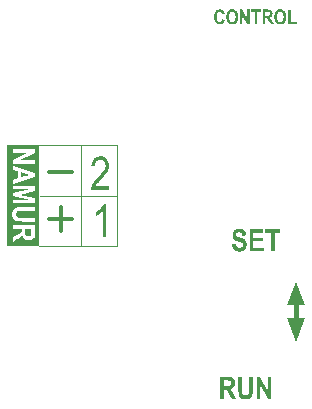
<source format=gto>
G04*
G04 #@! TF.GenerationSoftware,Altium Limited,Altium Designer,20.1.8 (145)*
G04*
G04 Layer_Color=16777215*
%FSTAX43Y43*%
%MOMM*%
G71*
G04*
G04 #@! TF.SameCoordinates,7F49C3F1-04F9-482F-9C58-12B171E084D3*
G04*
G04*
G04 #@! TF.FilePolarity,Positive*
G04*
G01*
G75*
%ADD10C,0.300*%
%ADD11C,0.100*%
%ADD12C,0.400*%
G36*
X0114672Y006213D02*
X0113922Y006413D01*
X0115422D01*
X0114672Y006213D01*
D02*
G37*
G36*
X011469Y0067189D02*
X011544Y0065189D01*
X011394D01*
X011469Y0067189D01*
D02*
G37*
G36*
X0092954Y0078813D02*
Y0070187D01*
X0090246D01*
Y0078813D01*
X0092954D01*
D02*
G37*
G36*
X0098171Y0077828D02*
X00982Y0077824D01*
X0098237Y007782D01*
X0098316Y0077803D01*
X0098404Y0077774D01*
X0098446Y0077753D01*
X0098491Y0077733D01*
X0098537Y0077703D01*
X0098579Y007767D01*
X0098616Y0077633D01*
X0098654Y0077591D01*
X0098658Y0077587D01*
X0098662Y0077578D01*
X009867Y0077566D01*
X0098683Y0077549D01*
X0098695Y0077524D01*
X0098712Y0077499D01*
X009875Y0077433D01*
X0098783Y0077349D01*
X0098812Y0077258D01*
X0098833Y0077154D01*
X0098841Y0077099D01*
Y0077041D01*
Y0077037D01*
Y0077029D01*
Y0077016D01*
X0098837Y0076995D01*
Y007697D01*
X0098833Y0076941D01*
X0098825Y0076875D01*
X0098804Y0076795D01*
X0098779Y0076708D01*
X0098745Y0076616D01*
X0098695Y007652D01*
Y0076516D01*
X0098687Y0076508D01*
X0098679Y0076495D01*
X0098666Y0076475D01*
X009865Y007645D01*
X0098629Y007642D01*
X0098604Y0076387D01*
X0098575Y0076345D01*
X0098541Y00763D01*
X00985Y007625D01*
X0098454Y0076196D01*
X0098404Y0076137D01*
X009835Y0076075D01*
X0098291Y0076008D01*
X0098221Y0075933D01*
X009815Y0075858D01*
X0098146Y0075854D01*
X0098137Y0075846D01*
X0098125Y0075833D01*
X0098108Y0075816D01*
X0098066Y0075771D01*
X0098012Y0075716D01*
X0097958Y0075654D01*
X0097904Y0075596D01*
X0097858Y0075542D01*
X0097837Y0075521D01*
X0097821Y00755D01*
X0097817Y0075496D01*
X0097808Y0075483D01*
X0097796Y0075467D01*
X0097779Y0075442D01*
X0097758Y0075412D01*
X0097737Y0075379D01*
X00977Y0075312D01*
X0098845D01*
Y0074975D01*
X00973D01*
Y0074979D01*
Y0074983D01*
Y0074996D01*
Y0075012D01*
X0097304Y0075054D01*
X0097312Y0075108D01*
X0097325Y0075175D01*
X0097346Y0075254D01*
X0097379Y0075337D01*
X0097421Y0075429D01*
Y0075433D01*
X0097429Y0075442D01*
X0097433Y0075454D01*
X0097446Y0075475D01*
X0097462Y00755D01*
X0097479Y0075529D01*
X0097504Y0075562D01*
X0097529Y00756D01*
X0097558Y0075641D01*
X0097592Y0075687D01*
X0097633Y0075737D01*
X0097675Y0075787D01*
X0097725Y0075841D01*
X0097775Y00759D01*
X0097833Y0075962D01*
X0097896Y0076025D01*
X00979Y0076029D01*
X0097912Y0076041D01*
X0097933Y0076062D01*
X0097962Y0076091D01*
X0097991Y0076125D01*
X0098029Y0076162D01*
X0098071Y0076208D01*
X0098112Y0076254D01*
X0098204Y0076354D01*
X0098291Y0076458D01*
X0098329Y0076508D01*
X0098366Y0076558D01*
X00984Y0076604D01*
X0098425Y0076645D01*
Y007665D01*
X0098429Y0076654D01*
X0098437Y0076666D01*
X0098446Y0076683D01*
X0098466Y0076725D01*
X0098491Y0076779D01*
X0098512Y0076841D01*
X0098533Y0076908D01*
X009855Y0076983D01*
X0098554Y0077054D01*
Y0077058D01*
Y0077062D01*
Y0077074D01*
Y0077091D01*
X0098546Y0077129D01*
X0098537Y0077179D01*
X0098521Y0077237D01*
X00985Y0077295D01*
X0098466Y0077354D01*
X0098425Y0077408D01*
X0098421Y0077412D01*
X00984Y0077429D01*
X0098375Y0077449D01*
X0098337Y0077479D01*
X0098291Y0077504D01*
X0098237Y0077524D01*
X0098175Y0077541D01*
X0098108Y0077545D01*
X00981D01*
X0098075Y0077541D01*
X0098037Y0077537D01*
X0097991Y0077529D01*
X0097941Y0077508D01*
X0097883Y0077483D01*
X0097829Y0077445D01*
X0097779Y0077395D01*
X0097775Y0077387D01*
X0097758Y0077366D01*
X0097737Y0077333D01*
X0097717Y0077287D01*
X0097692Y0077224D01*
X0097671Y0077154D01*
X0097654Y0077066D01*
X009765Y007697D01*
X0097354Y0077008D01*
Y0077012D01*
Y0077024D01*
X0097358Y0077045D01*
X0097362Y0077074D01*
X0097367Y0077108D01*
X0097375Y0077149D01*
X0097383Y0077191D01*
X0097396Y0077237D01*
X0097425Y0077337D01*
X0097462Y0077441D01*
X0097517Y0077537D01*
X009755Y0077583D01*
X0097583Y0077624D01*
X0097587Y0077628D01*
X0097592Y0077633D01*
X0097604Y0077645D01*
X0097621Y0077658D01*
X0097642Y0077674D01*
X0097667Y0077691D01*
X0097725Y0077728D01*
X0097804Y0077766D01*
X0097892Y0077799D01*
X0097996Y0077824D01*
X0098054Y0077828D01*
X0098112Y0077833D01*
X0098146D01*
X0098171Y0077828D01*
D02*
G37*
G36*
X0098579Y007095D02*
X0098296D01*
Y0073179D01*
X0098292Y0073174D01*
X0098279Y0073158D01*
X0098254Y0073137D01*
X0098225Y0073104D01*
X0098187Y007307D01*
X0098142Y0073029D01*
X0098087Y0072983D01*
X0098029Y0072937D01*
X0098021Y0072933D01*
X0098Y0072916D01*
X0097971Y0072895D01*
X0097929Y007287D01*
X0097883Y0072841D01*
X0097829Y0072812D01*
X0097779Y0072783D01*
X0097725Y0072758D01*
Y0073095D01*
X0097729D01*
X0097738Y0073099D01*
X0097746Y0073108D01*
X0097762Y007312D01*
X0097808Y0073149D01*
X0097862Y0073187D01*
X0097929Y0073233D01*
X0097996Y0073291D01*
X0098067Y0073354D01*
X0098137Y0073424D01*
X0098142Y0073429D01*
X0098146Y0073433D01*
X0098167Y0073458D01*
X00982Y0073495D01*
X0098237Y0073545D01*
X0098279Y0073603D01*
X0098321Y007367D01*
X0098362Y0073737D01*
X0098392Y0073808D01*
X0098579D01*
Y007095D01*
D02*
G37*
G36*
X0108261Y009027D02*
X0108276Y0090268D01*
X0108293Y0090267D01*
X0108311Y0090263D01*
X0108331Y0090257D01*
X0108378Y0090242D01*
X0108402Y0090233D01*
X0108426Y0090222D01*
X010845Y0090207D01*
X0108474Y0090191D01*
X0108498Y0090172D01*
X010852Y0090152D01*
X0108522D01*
X0108524Y0090148D01*
X0108528Y0090142D01*
X0108533Y0090137D01*
X0108541Y0090128D01*
X0108548Y0090117D01*
X0108557Y0090104D01*
X0108567Y0090089D01*
X0108576Y0090072D01*
X0108587Y0090055D01*
X0108596Y0090035D01*
X0108607Y0090013D01*
X0108617Y0089987D01*
X0108626Y0089961D01*
X0108635Y0089933D01*
X0108643Y0089904D01*
X0108437Y0089844D01*
Y0089846D01*
X0108435Y0089848D01*
Y0089854D01*
X0108433Y0089861D01*
X0108428Y008988D01*
X010842Y0089902D01*
X0108409Y0089928D01*
X0108394Y0089954D01*
X0108378Y0089978D01*
X0108357Y009D01*
X0108355Y0090002D01*
X0108348Y0090009D01*
X0108335Y0090018D01*
X0108318Y0090028D01*
X0108298Y0090039D01*
X0108276Y0090046D01*
X010825Y0090054D01*
X010822Y0090055D01*
X0108209D01*
X0108202Y0090054D01*
X0108181Y009005D01*
X0108156Y0090042D01*
X0108126Y0090031D01*
X0108094Y0090013D01*
X010808Y0090002D01*
X0108065Y0089989D01*
X010805Y0089974D01*
X0108035Y0089955D01*
Y0089954D01*
X0108031Y0089952D01*
X010803Y0089944D01*
X0108024Y0089937D01*
X0108018Y0089926D01*
X0108013Y0089913D01*
X0108007Y0089896D01*
X0108Y0089878D01*
X0107993Y0089857D01*
X0107987Y0089833D01*
X0107981Y0089805D01*
X0107976Y0089776D01*
X0107972Y0089744D01*
X0107968Y0089709D01*
X0107965Y008967D01*
Y008963D01*
Y0089628D01*
Y0089618D01*
Y0089607D01*
X0107967Y0089591D01*
Y0089572D01*
X0107968Y008955D01*
X010797Y0089526D01*
X0107974Y00895D01*
X0107981Y0089444D01*
X0107994Y0089389D01*
X0108002Y0089363D01*
X0108011Y0089337D01*
X0108022Y0089315D01*
X0108033Y0089294D01*
Y0089293D01*
X0108037Y0089291D01*
X0108046Y008928D01*
X0108061Y0089263D01*
X0108083Y0089246D01*
X0108109Y0089228D01*
X0108139Y0089211D01*
X0108176Y00892D01*
X0108194Y0089198D01*
X0108215Y0089196D01*
X0108218D01*
X0108228Y0089198D01*
X0108244Y00892D01*
X0108263Y0089204D01*
X0108285Y0089211D01*
X0108309Y0089222D01*
X0108333Y0089239D01*
X0108355Y0089259D01*
X0108357Y0089263D01*
X0108365Y0089272D01*
X0108376Y0089287D01*
X0108389Y0089309D01*
X0108404Y0089337D01*
X0108417Y0089372D01*
X0108431Y0089413D01*
X0108443Y0089463D01*
X0108644Y0089385D01*
Y0089383D01*
X0108643Y0089376D01*
X0108639Y0089365D01*
X0108635Y008935D01*
X010863Y0089333D01*
X0108624Y0089313D01*
X0108617Y0089291D01*
X0108607Y0089267D01*
X0108585Y0089217D01*
X0108557Y0089165D01*
X0108526Y0089117D01*
X0108507Y0089096D01*
X0108487Y0089076D01*
X0108485Y0089074D01*
X0108481Y0089072D01*
X0108476Y0089067D01*
X0108467Y0089061D01*
X0108457Y0089054D01*
X0108444Y0089046D01*
X010843Y0089037D01*
X0108413Y0089028D01*
X0108394Y0089019D01*
X0108374Y0089009D01*
X0108328Y0088994D01*
X0108276Y0088983D01*
X0108248Y0088981D01*
X0108218Y008898D01*
X0108209D01*
X01082Y0088981D01*
X0108185D01*
X0108168Y0088985D01*
X0108148Y0088987D01*
X0108126Y0088993D01*
X0108102Y0088998D01*
X0108076Y0089007D01*
X010805Y0089017D01*
X0108024Y008903D01*
X0107996Y0089044D01*
X0107968Y0089063D01*
X0107943Y0089083D01*
X0107917Y0089106D01*
X0107893Y0089133D01*
X0107891Y0089135D01*
X0107887Y0089141D01*
X010788Y0089152D01*
X010787Y0089167D01*
X0107859Y0089183D01*
X0107848Y0089206D01*
X0107835Y0089231D01*
X0107822Y0089261D01*
X0107807Y0089293D01*
X0107794Y008933D01*
X0107783Y0089368D01*
X0107772Y0089411D01*
X0107763Y0089457D01*
X0107756Y0089507D01*
X0107752Y0089559D01*
X010775Y0089615D01*
Y0089617D01*
Y0089618D01*
Y008963D01*
X0107752Y0089646D01*
Y0089667D01*
X0107754Y0089694D01*
X0107757Y0089726D01*
X0107763Y0089759D01*
X0107769Y0089796D01*
X0107776Y0089837D01*
X0107785Y0089878D01*
X0107796Y0089918D01*
X0107811Y0089961D01*
X0107828Y0090002D01*
X0107846Y0090041D01*
X0107869Y009008D01*
X0107894Y0090115D01*
X0107896Y0090117D01*
X01079Y0090122D01*
X0107907Y009013D01*
X0107917Y0090139D01*
X010793Y0090152D01*
X0107944Y0090165D01*
X0107963Y009018D01*
X0107983Y0090194D01*
X0108006Y0090207D01*
X0108031Y0090222D01*
X0108059Y0090235D01*
X0108089Y0090248D01*
X0108122Y0090257D01*
X0108156Y0090265D01*
X0108193Y009027D01*
X0108231Y0090272D01*
X0108248D01*
X0108261Y009027D01*
D02*
G37*
G36*
X0110757Y0089D02*
X0110548D01*
X0110135Y0089815D01*
Y0089D01*
X0109942D01*
Y0090252D01*
X0110142D01*
X0110565Y0089415D01*
Y0090252D01*
X0110757D01*
Y0089D01*
D02*
G37*
G36*
X0114212Y0089211D02*
X0114727D01*
Y0089D01*
X0114005D01*
Y0090242D01*
X0114212D01*
Y0089211D01*
D02*
G37*
G36*
X0112327Y009025D02*
X0112344D01*
X0112379Y0090248D01*
X0112418Y0090242D01*
X0112457Y0090237D01*
X0112494Y0090228D01*
X0112511Y0090222D01*
X0112525Y0090217D01*
X0112529Y0090215D01*
X0112538Y0090211D01*
X0112551Y0090202D01*
X0112568Y0090189D01*
X0112587Y0090174D01*
X0112605Y0090154D01*
X0112625Y009013D01*
X0112644Y00901D01*
X0112646Y0090096D01*
X0112651Y0090085D01*
X0112659Y0090067D01*
X0112668Y0090044D01*
X0112675Y0090015D01*
X0112683Y008998D01*
X0112688Y0089942D01*
X011269Y00899D01*
Y0089898D01*
Y0089894D01*
Y0089885D01*
X0112688Y0089876D01*
Y0089863D01*
X0112687Y0089848D01*
X0112681Y0089815D01*
X0112674Y0089778D01*
X0112661Y0089739D01*
X0112642Y00897D01*
X0112618Y0089663D01*
Y0089661D01*
X0112614Y0089659D01*
X0112605Y0089648D01*
X0112588Y0089633D01*
X0112566Y0089617D01*
X0112538Y0089596D01*
X0112503Y0089578D01*
X0112464Y0089563D01*
X0112418Y0089552D01*
X0112422Y008955D01*
X0112429Y0089543D01*
X0112442Y0089533D01*
X0112457Y008952D01*
X0112474Y0089506D01*
X0112492Y0089487D01*
X0112511Y0089467D01*
X0112527Y0089446D01*
X0112529Y0089444D01*
X0112535Y0089435D01*
X0112546Y008942D01*
X0112559Y00894D01*
X0112575Y0089372D01*
X0112585Y0089356D01*
X0112596Y0089337D01*
X0112607Y0089317D01*
X011262Y0089294D01*
X0112633Y0089268D01*
X0112646Y0089243D01*
X0112772Y0089D01*
X0112522D01*
X0112374Y0089272D01*
Y0089274D01*
X011237Y008928D01*
X0112366Y0089287D01*
X0112361Y0089296D01*
X0112353Y0089307D01*
X0112346Y008932D01*
X0112329Y008935D01*
X0112311Y0089381D01*
X0112292Y0089413D01*
X0112285Y0089426D01*
X0112275Y0089437D01*
X0112268Y0089448D01*
X0112262Y0089456D01*
X0112261Y0089457D01*
X0112257Y0089461D01*
X0112251Y0089468D01*
X0112244Y0089476D01*
X0112225Y0089493D01*
X0112214Y0089502D01*
X0112201Y0089507D01*
X01122D01*
X0112196Y0089509D01*
X0112188Y0089513D01*
X0112177Y0089515D01*
X0112163Y0089518D01*
X0112144Y008952D01*
X0112124Y0089522D01*
X0112057D01*
Y0089D01*
X011185D01*
Y0090252D01*
X0112314D01*
X0112327Y009025D01*
D02*
G37*
G36*
X0111716Y0090041D02*
X0111413D01*
Y0089D01*
X0111205D01*
Y0090041D01*
X01109D01*
Y0090252D01*
X0111716D01*
Y0090041D01*
D02*
G37*
G36*
X0113362Y009027D02*
X0113377D01*
X0113396Y0090267D01*
X0113418Y0090263D01*
X0113442Y0090257D01*
X0113468Y0090252D01*
X0113496Y0090242D01*
X0113525Y0090231D01*
X0113555Y0090217D01*
X0113585Y0090202D01*
X0113614Y0090181D01*
X0113644Y0090159D01*
X0113672Y0090133D01*
X0113699Y0090104D01*
X0113701Y0090102D01*
X0113705Y0090096D01*
X0113712Y0090087D01*
X0113722Y0090072D01*
X0113731Y0090055D01*
X0113744Y0090033D01*
X0113757Y0090009D01*
X011377Y0089981D01*
X0113783Y0089948D01*
X0113794Y0089913D01*
X0113807Y0089874D01*
X0113816Y0089831D01*
X0113825Y0089785D01*
X0113833Y0089735D01*
X0113836Y0089681D01*
X0113838Y0089626D01*
Y0089622D01*
Y0089613D01*
Y0089596D01*
X0113836Y0089574D01*
X0113835Y0089548D01*
X0113831Y0089517D01*
X0113825Y0089483D01*
X011382Y0089446D01*
X0113812Y0089407D01*
X0113803Y0089368D01*
X011379Y0089328D01*
X0113775Y0089287D01*
X0113759Y0089246D01*
X0113738Y0089207D01*
X0113716Y008917D01*
X011369Y0089135D01*
X0113688Y0089133D01*
X0113685Y0089128D01*
X0113677Y008912D01*
X0113666Y0089111D01*
X0113653Y00891D01*
X0113638Y0089085D01*
X011362Y0089072D01*
X0113598Y0089057D01*
X0113573Y0089043D01*
X0113548Y008903D01*
X011352Y0089017D01*
X0113488Y0089004D01*
X0113455Y0088994D01*
X0113418Y0088987D01*
X0113381Y0088981D01*
X011334Y008898D01*
X0113331D01*
X0113318Y0088981D01*
X0113303D01*
X0113285Y0088985D01*
X0113262Y0088987D01*
X0113238Y0088993D01*
X0113212Y0088998D01*
X0113185Y0089007D01*
X0113157Y0089017D01*
X0113127Y008903D01*
X0113098Y0089044D01*
X011307Y0089063D01*
X011304Y0089083D01*
X0113014Y0089106D01*
X0112988Y0089133D01*
X0112986Y0089135D01*
X0112983Y0089141D01*
X0112975Y0089152D01*
X0112966Y0089165D01*
X0112955Y0089183D01*
X0112942Y0089206D01*
X0112929Y0089231D01*
X0112916Y0089259D01*
X0112901Y0089293D01*
X0112888Y008933D01*
X0112875Y0089368D01*
X0112864Y0089411D01*
X0112855Y0089457D01*
X0112848Y0089507D01*
X0112844Y0089561D01*
X0112842Y0089617D01*
Y0089618D01*
Y0089626D01*
Y0089639D01*
X0112844Y0089654D01*
Y0089672D01*
X0112846Y0089694D01*
X0112848Y008972D01*
X0112849Y0089746D01*
X0112859Y0089805D01*
X011287Y0089867D01*
X0112885Y0089928D01*
X0112896Y0089957D01*
X0112907Y0089985D01*
Y0089987D01*
X0112911Y0089991D01*
X0112914Y0089998D01*
X011292Y0090009D01*
X0112925Y009002D01*
X0112933Y0090035D01*
X0112953Y0090067D01*
X0112979Y0090102D01*
X0113007Y0090137D01*
X0113042Y009017D01*
X0113079Y00902D01*
X0113081D01*
X0113085Y0090204D01*
X011309Y0090207D01*
X0113098Y0090211D01*
X0113109Y0090217D01*
X0113122Y0090222D01*
X0113136Y0090229D01*
X0113151Y0090237D01*
X011319Y009025D01*
X0113235Y0090261D01*
X0113285Y0090268D01*
X011334Y0090272D01*
X0113349D01*
X0113362Y009027D01*
D02*
G37*
G36*
X01093D02*
X0109315D01*
X0109333Y0090267D01*
X0109355Y0090263D01*
X0109379Y0090257D01*
X0109405Y0090252D01*
X0109433Y0090242D01*
X0109463Y0090231D01*
X0109492Y0090217D01*
X0109522Y0090202D01*
X0109552Y0090181D01*
X0109581Y0090159D01*
X0109609Y0090133D01*
X0109637Y0090104D01*
X0109639Y0090102D01*
X0109642Y0090096D01*
X010965Y0090087D01*
X0109659Y0090072D01*
X0109668Y0090055D01*
X0109681Y0090033D01*
X0109694Y0090009D01*
X0109707Y0089981D01*
X010972Y0089948D01*
X0109731Y0089913D01*
X0109744Y0089874D01*
X0109754Y0089831D01*
X0109763Y0089785D01*
X010977Y0089735D01*
X0109774Y0089681D01*
X0109776Y0089626D01*
Y0089622D01*
Y0089613D01*
Y0089596D01*
X0109774Y0089574D01*
X0109772Y0089548D01*
X0109768Y0089517D01*
X0109763Y0089483D01*
X0109757Y0089446D01*
X010975Y0089407D01*
X0109741Y0089368D01*
X0109728Y0089328D01*
X0109713Y0089287D01*
X0109696Y0089246D01*
X0109676Y0089207D01*
X0109654Y008917D01*
X0109628Y0089135D01*
X0109626Y0089133D01*
X0109622Y0089128D01*
X0109615Y008912D01*
X0109604Y0089111D01*
X0109591Y00891D01*
X0109576Y0089085D01*
X0109557Y0089072D01*
X0109535Y0089057D01*
X0109511Y0089043D01*
X0109485Y008903D01*
X0109457Y0089017D01*
X0109426Y0089004D01*
X0109392Y0088994D01*
X0109355Y0088987D01*
X0109318Y0088981D01*
X0109278Y008898D01*
X0109268D01*
X0109255Y0088981D01*
X0109241D01*
X0109222Y0088985D01*
X01092Y0088987D01*
X0109176Y0088993D01*
X010915Y0088998D01*
X0109122Y0089007D01*
X0109094Y0089017D01*
X0109065Y008903D01*
X0109035Y0089044D01*
X0109007Y0089063D01*
X0108978Y0089083D01*
X0108952Y0089106D01*
X0108926Y0089133D01*
X0108924Y0089135D01*
X010892Y0089141D01*
X0108913Y0089152D01*
X0108904Y0089165D01*
X0108892Y0089183D01*
X010888Y0089206D01*
X0108867Y0089231D01*
X0108854Y0089259D01*
X0108839Y0089293D01*
X0108826Y008933D01*
X0108813Y0089368D01*
X0108802Y0089411D01*
X0108792Y0089457D01*
X0108785Y0089507D01*
X0108781Y0089561D01*
X010878Y0089617D01*
Y0089618D01*
Y0089626D01*
Y0089639D01*
X0108781Y0089654D01*
Y0089672D01*
X0108783Y0089694D01*
X0108785Y008972D01*
X0108787Y0089746D01*
X0108796Y0089805D01*
X0108807Y0089867D01*
X0108822Y0089928D01*
X0108833Y0089957D01*
X0108844Y0089985D01*
Y0089987D01*
X0108848Y0089991D01*
X0108852Y0089998D01*
X0108857Y0090009D01*
X0108863Y009002D01*
X010887Y0090035D01*
X0108891Y0090067D01*
X0108917Y0090102D01*
X0108944Y0090137D01*
X0108979Y009017D01*
X0109017Y00902D01*
X0109018D01*
X0109022Y0090204D01*
X0109028Y0090207D01*
X0109035Y0090211D01*
X0109046Y0090217D01*
X0109059Y0090222D01*
X0109074Y0090229D01*
X0109089Y0090237D01*
X0109128Y009025D01*
X0109172Y0090261D01*
X0109222Y0090268D01*
X0109278Y0090272D01*
X0109287D01*
X01093Y009027D01*
D02*
G37*
G36*
X0109916Y0071685D02*
X0109938Y0071682D01*
X0109966Y0071679D01*
X0109994Y0071677D01*
X0110027Y0071668D01*
X0110094Y0071652D01*
X0110166Y0071624D01*
X0110199Y0071607D01*
X0110236Y0071588D01*
X0110266Y0071566D01*
X0110297Y0071538D01*
X0110299Y0071535D01*
X0110302Y0071532D01*
X0110311Y0071521D01*
X0110322Y007151D01*
X0110333Y0071496D01*
X0110347Y0071477D01*
X011036Y0071455D01*
X0110374Y007143D01*
X0110388Y0071402D01*
X0110405Y0071371D01*
X0110419Y0071335D01*
X011043Y0071299D01*
X0110441Y0071257D01*
X0110449Y0071216D01*
X0110458Y0071169D01*
X011046Y0071119D01*
X0110149Y0071102D01*
Y0071105D01*
Y0071108D01*
X0110147Y0071116D01*
X0110144Y0071127D01*
X0110138Y0071152D01*
X011013Y0071185D01*
X0110116Y0071219D01*
X0110102Y0071255D01*
X0110083Y0071285D01*
X0110058Y0071313D01*
X0110055Y0071316D01*
X0110047Y0071321D01*
X011003Y0071332D01*
X0110008Y0071344D01*
X010998Y0071355D01*
X0109947Y0071366D01*
X0109908Y0071371D01*
X0109864Y0071374D01*
X0109844D01*
X0109819Y0071371D01*
X0109791Y0071369D01*
X0109761Y007136D01*
X010973Y0071352D01*
X0109697Y0071338D01*
X0109669Y0071321D01*
X0109666Y0071319D01*
X0109658Y0071313D01*
X0109647Y0071302D01*
X0109636Y0071285D01*
X0109625Y0071266D01*
X0109614Y0071244D01*
X0109605Y0071219D01*
X0109603Y0071191D01*
Y0071188D01*
Y007118D01*
X0109605Y0071166D01*
X0109611Y0071146D01*
X0109616Y0071127D01*
X0109628Y0071108D01*
X0109644Y0071085D01*
X0109664Y0071066D01*
X0109666Y0071063D01*
X0109678Y0071058D01*
X0109694Y0071046D01*
X0109722Y0071033D01*
X0109741Y0071024D01*
X0109761Y0071013D01*
X0109783Y0071005D01*
X0109811Y0070994D01*
X0109839Y0070983D01*
X0109872Y0070972D01*
X0109908Y007096D01*
X0109947Y0070949D01*
X010995D01*
X0109958Y0070947D01*
X0109969Y0070944D01*
X0109986Y0070938D01*
X0110005Y007093D01*
X0110027Y0070924D01*
X0110077Y0070905D01*
X0110133Y0070883D01*
X0110188Y007086D01*
X0110241Y0070833D01*
X0110266Y0070819D01*
X0110286Y0070805D01*
X0110291Y0070802D01*
X0110302Y0070791D01*
X0110322Y0070777D01*
X0110347Y0070755D01*
X0110372Y0070727D01*
X0110399Y0070694D01*
X0110424Y0070655D01*
X0110447Y0070613D01*
X0110449Y0070608D01*
X0110455Y0070591D01*
X0110463Y0070566D01*
X0110474Y0070533D01*
X0110485Y0070491D01*
X0110494Y0070441D01*
X0110499Y0070386D01*
X0110502Y0070325D01*
Y0070322D01*
Y0070314D01*
Y0070302D01*
X0110499Y0070283D01*
X0110497Y0070264D01*
X0110494Y0070239D01*
X0110488Y0070211D01*
X0110483Y0070183D01*
X0110466Y0070116D01*
X0110438Y0070047D01*
X0110422Y0070014D01*
X0110399Y006998D01*
X0110377Y0069947D01*
X0110349Y0069914D01*
X0110347Y0069911D01*
X0110341Y0069905D01*
X0110333Y00699D01*
X0110322Y0069889D01*
X0110305Y0069875D01*
X0110286Y0069861D01*
X0110261Y0069847D01*
X0110236Y0069833D01*
X0110205Y0069817D01*
X0110169Y0069803D01*
X011013Y0069789D01*
X0110088Y0069775D01*
X0110041Y0069764D01*
X0109991Y0069758D01*
X0109938Y0069753D01*
X010988Y006975D01*
X0109855D01*
X0109827Y0069756D01*
X0109791Y0069761D01*
X0109747Y0069769D01*
X0109697Y0069783D01*
X0109644Y0069803D01*
X0109589Y0069831D01*
X0109533Y0069864D01*
X0109478Y0069908D01*
X0109425Y0069958D01*
X01094Y0069989D01*
X0109375Y0070022D01*
X0109353Y0070058D01*
X0109333Y0070094D01*
X0109314Y0070136D01*
X0109294Y007018D01*
X0109281Y007023D01*
X0109267Y007028D01*
X0109258Y0070336D01*
X010925Y0070394D01*
X0109553Y007043D01*
Y0070427D01*
X0109555Y0070414D01*
X0109558Y0070397D01*
X0109564Y0070375D01*
X0109572Y0070347D01*
X0109583Y0070316D01*
X0109597Y0070283D01*
X0109614Y007025D01*
X0109633Y0070216D01*
X0109655Y0070183D01*
X0109683Y0070153D01*
X0109716Y0070125D01*
X0109753Y0070103D01*
X0109791Y0070086D01*
X0109839Y0070072D01*
X0109889Y0070069D01*
X0109911D01*
X0109936Y0070072D01*
X0109969Y0070078D01*
X0110002Y0070086D01*
X0110038Y00701D01*
X0110075Y0070116D01*
X0110108Y0070141D01*
X0110111Y0070144D01*
X0110122Y0070155D01*
X0110136Y0070172D01*
X0110149Y0070191D01*
X0110166Y0070219D01*
X0110177Y007025D01*
X0110188Y0070286D01*
X0110191Y0070325D01*
Y0070327D01*
Y0070336D01*
X0110188Y0070347D01*
Y0070364D01*
X0110177Y0070397D01*
X0110172Y0070416D01*
X0110161Y0070433D01*
Y0070436D01*
X0110155Y0070441D01*
X0110138Y0070458D01*
X0110127Y0070469D01*
X0110113Y0070483D01*
X0110094Y0070494D01*
X0110075Y0070505D01*
X0110072Y0070508D01*
X0110063Y0070511D01*
X0110044Y0070519D01*
X0110019Y007053D01*
X0110002Y0070536D01*
X0109983Y0070541D01*
X0109961Y007055D01*
X0109933Y0070558D01*
X0109905Y0070569D01*
X0109872Y007058D01*
X0109836Y0070591D01*
X0109797Y0070602D01*
X0109794D01*
X0109789Y0070605D01*
X0109777Y0070608D01*
X0109764Y0070613D01*
X0109747Y0070619D01*
X010973Y0070625D01*
X0109686Y0070641D01*
X0109639Y0070661D01*
X0109589Y0070683D01*
X0109544Y0070708D01*
X0109505Y0070733D01*
X0109503Y0070736D01*
X0109492Y0070747D01*
X0109475Y0070761D01*
X0109453Y0070783D01*
X010943Y0070808D01*
X0109405Y0070838D01*
X010938Y0070874D01*
X0109358Y0070916D01*
X0109355Y0070922D01*
X010935Y0070935D01*
X0109342Y007096D01*
X0109333Y0070991D01*
X0109322Y0071027D01*
X0109314Y0071069D01*
X0109308Y0071116D01*
X0109306Y0071163D01*
Y0071166D01*
Y0071169D01*
Y0071177D01*
Y0071188D01*
X0109308Y0071219D01*
X0109314Y0071255D01*
X0109322Y0071296D01*
X0109336Y0071344D01*
X0109353Y0071391D01*
X0109375Y0071438D01*
Y0071441D01*
X0109378Y0071443D01*
X0109389Y0071457D01*
X0109403Y007148D01*
X0109425Y0071507D01*
X0109453Y0071538D01*
X0109486Y0071568D01*
X0109522Y0071599D01*
X0109566Y0071624D01*
X0109569D01*
X0109572Y0071627D01*
X0109589Y0071635D01*
X0109616Y0071643D01*
X0109653Y0071657D01*
X0109697Y0071668D01*
X0109747Y0071677D01*
X0109808Y0071685D01*
X0109872Y0071688D01*
X0109897D01*
X0109916Y0071685D01*
D02*
G37*
G36*
X0113314Y0071341D02*
X0112859D01*
Y0069781D01*
X0112548D01*
Y0071341D01*
X011209D01*
Y0071657D01*
X0113314D01*
Y0071341D01*
D02*
G37*
G36*
X011191D02*
X0111077D01*
Y0070924D01*
X0111851D01*
Y0070608D01*
X0111077D01*
Y0070097D01*
X0111937D01*
Y0069781D01*
X0110766D01*
Y0071657D01*
X011191D01*
Y0071341D01*
D02*
G37*
G36*
X0112581Y0057281D02*
X0112267D01*
X0111648Y0058502D01*
Y0057281D01*
X0111359D01*
Y0059157D01*
X0111659D01*
X0112292Y0057902D01*
Y0059157D01*
X0112581D01*
Y0057281D01*
D02*
G37*
G36*
X0111026Y0058172D02*
Y0058166D01*
Y0058155D01*
Y0058136D01*
Y0058111D01*
Y005808D01*
X0111023Y0058044D01*
Y0058005D01*
X0111021Y0057961D01*
X0111015Y0057872D01*
X011101Y0057783D01*
X0111004Y0057739D01*
X0110998Y0057697D01*
X0110993Y0057658D01*
X0110985Y0057625D01*
Y0057622D01*
X0110982Y0057616D01*
X0110979Y0057608D01*
X0110976Y0057597D01*
X0110965Y0057566D01*
X0110946Y0057528D01*
X0110921Y0057486D01*
X011089Y0057439D01*
X0110851Y0057394D01*
X0110801Y0057353D01*
X0110799D01*
X0110796Y0057347D01*
X0110787Y0057344D01*
X0110776Y0057336D01*
X0110762Y0057328D01*
X0110746Y0057319D01*
X0110724Y0057311D01*
X0110701Y0057303D01*
X0110649Y0057283D01*
X0110585Y0057267D01*
X0110513Y0057256D01*
X0110429Y005725D01*
X0110407D01*
X011039Y0057253D01*
X0110368D01*
X0110346Y0057256D01*
X0110291Y0057261D01*
X0110232Y0057272D01*
X0110168Y0057286D01*
X0110107Y0057308D01*
X0110052Y0057336D01*
X0110049D01*
X0110046Y0057339D01*
X011003Y0057353D01*
X0110005Y0057372D01*
X0109977Y00574D01*
X0109943Y0057433D01*
X010991Y0057475D01*
X010988Y0057522D01*
X0109855Y0057578D01*
Y005758D01*
X0109852Y0057586D01*
X0109849Y0057594D01*
X0109846Y0057608D01*
X0109841Y0057628D01*
X0109835Y005765D01*
X010983Y0057678D01*
X0109827Y0057708D01*
X0109821Y0057747D01*
X0109816Y0057789D01*
X010981Y0057836D01*
X0109805Y0057889D01*
X0109802Y0057947D01*
X0109799Y0058011D01*
X0109796Y005808D01*
Y0058155D01*
Y0059157D01*
X0110107D01*
Y0058141D01*
Y0058138D01*
Y005813D01*
Y0058119D01*
Y0058102D01*
Y0058086D01*
Y0058063D01*
X011011Y0058013D01*
Y0057963D01*
X0110113Y0057911D01*
X0110116Y0057866D01*
Y005785D01*
X0110118Y0057833D01*
Y0057827D01*
X0110124Y0057814D01*
X011013Y0057791D01*
X0110138Y0057764D01*
X0110152Y005773D01*
X0110168Y00577D01*
X0110188Y0057669D01*
X0110216Y0057641D01*
X0110218Y0057639D01*
X0110229Y005763D01*
X0110246Y0057619D01*
X0110271Y0057608D01*
X0110299Y0057597D01*
X0110335Y0057586D01*
X0110377Y0057578D01*
X0110421Y0057575D01*
X011044D01*
X011046Y0057578D01*
X0110485Y005758D01*
X0110513Y0057586D01*
X011054Y0057594D01*
X0110568Y0057605D01*
X0110596Y0057622D01*
X0110599Y0057625D01*
X0110607Y005763D01*
X0110618Y0057641D01*
X0110632Y0057655D01*
X0110649Y0057675D01*
X0110663Y0057697D01*
X0110676Y0057722D01*
X0110688Y0057752D01*
Y0057758D01*
X0110693Y0057769D01*
Y005778D01*
X0110696Y0057794D01*
X0110699Y0057811D01*
X0110701Y005783D01*
X0110704Y0057852D01*
X0110707Y005788D01*
X011071Y0057911D01*
Y0057944D01*
X0110713Y005798D01*
X0110715Y0058022D01*
Y0058069D01*
Y0058119D01*
Y0059157D01*
X0111026D01*
Y0058172D01*
D02*
G37*
G36*
X0108966Y0059154D02*
X0108991D01*
X0109044Y0059152D01*
X0109102Y0059143D01*
X0109161Y0059135D01*
X0109216Y0059121D01*
X0109241Y0059113D01*
X0109263Y0059105D01*
X0109269Y0059102D01*
X0109283Y0059096D01*
X0109302Y0059082D01*
X0109327Y0059063D01*
X0109355Y0059041D01*
X0109383Y005901D01*
X0109413Y0058974D01*
X0109441Y005893D01*
X0109444Y0058924D01*
X0109452Y0058907D01*
X0109463Y005888D01*
X0109477Y0058846D01*
X0109488Y0058802D01*
X0109499Y0058749D01*
X0109508Y0058694D01*
X010951Y005863D01*
Y0058627D01*
Y0058621D01*
Y0058608D01*
X0109508Y0058594D01*
Y0058574D01*
X0109505Y0058552D01*
X0109497Y0058502D01*
X0109485Y0058447D01*
X0109466Y0058388D01*
X0109438Y005833D01*
X0109402Y0058274D01*
Y0058272D01*
X0109397Y0058269D01*
X0109383Y0058252D01*
X0109358Y005823D01*
X0109324Y0058205D01*
X0109283Y0058174D01*
X010923Y0058147D01*
X0109172Y0058125D01*
X0109102Y0058108D01*
X0109108Y0058105D01*
X0109119Y0058094D01*
X0109138Y005808D01*
X0109161Y0058061D01*
X0109186Y0058038D01*
X0109213Y0058011D01*
X0109241Y005798D01*
X0109266Y005795D01*
X0109269Y0057947D01*
X0109277Y0057933D01*
X0109294Y0057911D01*
X0109313Y005788D01*
X0109338Y0057839D01*
X0109352Y0057814D01*
X0109369Y0057786D01*
X0109385Y0057755D01*
X0109405Y0057722D01*
X0109424Y0057683D01*
X0109444Y0057644D01*
X0109633Y0057281D01*
X0109258D01*
X0109036Y0057689D01*
Y0057691D01*
X010903Y00577D01*
X0109025Y0057711D01*
X0109016Y0057725D01*
X0109005Y0057741D01*
X0108994Y0057761D01*
X0108969Y0057805D01*
X0108941Y0057852D01*
X0108914Y00579D01*
X0108902Y0057919D01*
X0108889Y0057936D01*
X0108877Y0057952D01*
X0108869Y0057963D01*
X0108866Y0057966D01*
X0108861Y0057972D01*
X0108852Y0057983D01*
X0108841Y0057994D01*
X0108814Y0058019D01*
X0108797Y0058033D01*
X0108777Y0058041D01*
X0108775D01*
X0108769Y0058044D01*
X0108758Y005805D01*
X0108741Y0058052D01*
X0108719Y0058058D01*
X0108691Y0058061D01*
X0108661Y0058063D01*
X0108561D01*
Y0057281D01*
X010825D01*
Y0059157D01*
X0108947D01*
X0108966Y0059154D01*
D02*
G37*
%LPC*%
G36*
X0092554Y0078413D02*
X0090677D01*
Y0078124D01*
X0091898D01*
X0090677Y0077505D01*
Y0077192D01*
X0092554D01*
Y0078413D01*
D02*
G37*
G36*
Y0077025D02*
X0090677D01*
Y0076695D01*
X0091102Y007657D01*
Y0075948D01*
X0090677Y0075815D01*
Y0075479D01*
D01*
X0092554Y0076098D01*
Y0075948D01*
Y0076428D01*
X0090677Y0077025D01*
X0092554D01*
D01*
D02*
G37*
G36*
Y007532D02*
X0090677D01*
Y0075032D01*
X0092157D01*
X0090677Y0074726D01*
Y0074429D01*
X0092157Y0074118D01*
X0090677D01*
Y007383D01*
X0092554D01*
Y007532D01*
D02*
G37*
G36*
Y0073527D02*
X0090646D01*
D01*
X0091476D01*
X0091407Y0073524D01*
X0091343Y0073521D01*
X0091285Y0073519D01*
X0091232Y0073513D01*
X0091185Y0073507D01*
X0091143Y0073502D01*
X0091104Y0073496D01*
X0091074Y0073494D01*
X0091046Y0073488D01*
X0091024Y0073483D01*
X0091005Y0073477D01*
X0090991Y0073474D01*
X0090982Y0073471D01*
X0090977Y0073469D01*
X0090974D01*
X0090918Y0073444D01*
X0090871Y0073413D01*
X009083Y007338D01*
X0090796Y0073346D01*
X0090769Y0073319D01*
X0090749Y0073294D01*
X0090735Y0073277D01*
X0090732Y0073274D01*
Y0073272D01*
X0090705Y0073216D01*
X0090682Y0073155D01*
X0090669Y0073091D01*
X0090657Y0073033D01*
X0090652Y0072977D01*
X0090649Y0072955D01*
Y0072933D01*
X0090646Y0072916D01*
Y0072977D01*
Y0072894D01*
X0090652Y0072811D01*
X0090663Y0072738D01*
X009068Y0072675D01*
X0090699Y0072622D01*
X0090707Y00726D01*
X0090716Y0072577D01*
X0090724Y0072561D01*
X0090732Y0072547D01*
X0090741Y0072536D01*
X0090744Y0072527D01*
X0090749Y0072525D01*
Y0072522D01*
X0090791Y0072472D01*
X0090835Y0072433D01*
X0090882Y0072403D01*
X0090924Y0072378D01*
X0090963Y0072358D01*
X0090993Y0072347D01*
X0091005Y0072344D01*
X0091013Y0072341D01*
X0091018Y0072339D01*
X0091021D01*
X0091054Y007233D01*
X0091093Y0072325D01*
X0091135Y0072319D01*
X0091179Y0072314D01*
X0091268Y0072308D01*
X0091357Y0072303D01*
X0091402Y00723D01*
X009144D01*
X0091476Y0072297D01*
X0092554D01*
Y0072608D01*
X0091515D01*
X0091465D01*
X0091418D01*
X0091377Y0072611D01*
X009134Y0072614D01*
X0091307D01*
X0091277Y0072616D01*
X0091249Y0072619D01*
X0091227Y0072622D01*
X0091207Y0072625D01*
X0091191Y0072627D01*
X0091177Y007263D01*
X0091166D01*
X0091154Y0072636D01*
X0091149D01*
X0091118Y0072647D01*
X0091093Y0072661D01*
X0091071Y0072675D01*
X0091052Y0072691D01*
X0091038Y0072705D01*
X0091027Y0072716D01*
X0091021Y0072725D01*
X0091018Y0072727D01*
X0091002Y0072755D01*
X0090991Y0072783D01*
X0090982Y0072811D01*
X0090977Y0072838D01*
X0090974Y0072863D01*
X0090971Y0072883D01*
Y0072902D01*
X0090974Y0072947D01*
X0090982Y0072988D01*
X0090993Y0073024D01*
X0091005Y0073052D01*
X0091016Y0073077D01*
X0091027Y0073094D01*
X0091035Y0073105D01*
X0091038Y0073108D01*
X0091066Y0073135D01*
X0091096Y0073155D01*
X0091127Y0073172D01*
X009116Y0073185D01*
X0091188Y0073194D01*
X009121Y0073199D01*
X0091224Y0073205D01*
X0091229D01*
X0091246Y0073208D01*
X0091263D01*
X0091307Y007321D01*
X009136Y0073213D01*
X009141D01*
X009146Y0073216D01*
X0091482D01*
X0091499D01*
X0091515D01*
X0091526D01*
X0091535D01*
X0091538D01*
X0092554D01*
Y0072977D01*
Y0073527D01*
D02*
G37*
G36*
Y0071969D02*
X0090677D01*
Y0071659D01*
X009146D01*
Y0071559D01*
X0091457Y0071528D01*
X0091454Y00715D01*
X0091449Y0071478D01*
X0091446Y0071461D01*
X009144Y007145D01*
X0091438Y0071445D01*
Y0071442D01*
X0091429Y0071423D01*
X0091415Y0071406D01*
X009139Y0071378D01*
X0091379Y0071367D01*
X0091368Y0071359D01*
X0091363Y0071353D01*
X009136Y007135D01*
X0091349Y0071342D01*
X0091332Y0071331D01*
X0091315Y0071317D01*
X0091296Y0071306D01*
X0091249Y0071278D01*
X0091202Y007125D01*
X0091157Y0071225D01*
X0091138Y0071214D01*
X0091121Y0071203D01*
X0091107Y0071195D01*
X0091096Y0071189D01*
X0091088Y0071184D01*
X0091085D01*
X0090677Y0070962D01*
Y0070587D01*
D01*
X0091041Y0070776D01*
X0091079Y0070795D01*
X0091118Y0070815D01*
X0091152Y0070834D01*
X0091182Y0070851D01*
X009121Y0070867D01*
X0091235Y0070881D01*
X0091277Y0070906D01*
X0091307Y0070926D01*
X0091329Y0070942D01*
X0091343Y0070951D01*
X0091346Y0070953D01*
X0091377Y0070978D01*
X0091407Y0071006D01*
X0091435Y0071034D01*
X0091457Y0071059D01*
X0091476Y0071081D01*
X009149Y0071101D01*
X0091501Y0071112D01*
X0091504Y0071117D01*
X0091521Y0071048D01*
X0091543Y0070989D01*
X0091571Y0070937D01*
X0091601Y0070895D01*
X0091626Y0070862D01*
X0091649Y0070837D01*
X0091665Y0070823D01*
X0091668Y0070817D01*
X0091671D01*
X0091726Y0070781D01*
X0091785Y0070753D01*
X0091843Y0070734D01*
X0091898Y0070723D01*
X0091948Y0070715D01*
X0091971Y0070712D01*
X009199D01*
X0092004Y0070709D01*
X0092018D01*
X0092023D01*
X0092026D01*
X009209Y0070712D01*
X0092146Y007072D01*
X0092198Y0070731D01*
X0092243Y0070742D01*
X0092276Y0070756D01*
X0092304Y0070767D01*
X009232Y0070776D01*
X0092326Y0070778D01*
X009237Y0070806D01*
X0092407Y0070837D01*
X0092437Y0070865D01*
X0092459Y0070892D01*
X0092479Y0070917D01*
X0092493Y0070937D01*
X0092498Y0070951D01*
X0092501Y0070956D01*
X0092509Y0070978D01*
X0092518Y0071003D01*
X0092531Y0071059D01*
X009254Y0071117D01*
X0092548Y0071175D01*
X0092551Y0071228D01*
Y0071253D01*
X0092554Y0071273D01*
Y0070712D01*
Y0071969D01*
D02*
G37*
%LPD*%
G36*
Y007748D02*
X0091299D01*
X0092554Y0078113D01*
Y007748D01*
D02*
G37*
G36*
X0092115Y0076264D02*
X0091418Y0076051D01*
Y0076473D01*
X0092115Y0076264D01*
D02*
G37*
G36*
X0092554Y0074299D02*
X0091268Y0074576D01*
X0092554Y0074857D01*
Y0074299D01*
D02*
G37*
G36*
X0092237Y0071348D02*
X0092234Y0071317D01*
Y0071267D01*
X0092232Y0071245D01*
Y0071228D01*
X0092229Y0071212D01*
X0092226Y0071189D01*
X0092223Y0071175D01*
X009222Y0071167D01*
Y0071164D01*
X0092212Y0071142D01*
X0092201Y0071123D01*
X0092187Y0071106D01*
X0092176Y0071092D01*
X0092165Y0071081D01*
X0092154Y0071073D01*
X0092148Y007107D01*
X0092146Y0071067D01*
X0092123Y0071056D01*
X0092101Y0071045D01*
X0092054Y0071037D01*
X0092032Y0071034D01*
X0092015Y0071031D01*
X0092004D01*
X0092001D01*
X0091968Y0071034D01*
X009194Y0071037D01*
X0091912Y0071042D01*
X0091893Y0071048D01*
X0091873Y0071056D01*
X0091862Y0071062D01*
X0091854Y0071064D01*
X0091851Y0071067D01*
X0091832Y0071081D01*
X0091815Y0071098D01*
X0091804Y0071112D01*
X0091793Y0071128D01*
X0091785Y0071142D01*
X0091779Y007115D01*
X0091776Y0071159D01*
Y0071162D01*
X0091774Y0071175D01*
X0091771Y0071189D01*
X0091768Y0071228D01*
X0091762Y0071273D01*
Y0071317D01*
X009176Y0071361D01*
Y0071659D01*
X0092237D01*
Y0071348D01*
D02*
G37*
%LPC*%
G36*
X0112264Y0090041D02*
X0112057D01*
Y0089722D01*
X0112255D01*
X0112285Y0089724D01*
X0112314D01*
X0112344Y0089728D01*
X011237Y008973D01*
X0112379Y0089731D01*
X0112388Y0089733D01*
X011239D01*
X0112396Y0089735D01*
X0112401Y0089739D01*
X0112411Y0089744D01*
X0112422Y0089752D01*
X0112431Y0089759D01*
X0112442Y008977D01*
X0112451Y0089783D01*
X0112453Y0089785D01*
X0112455Y0089791D01*
X0112459Y0089798D01*
X0112464Y0089811D01*
X0112468Y0089824D01*
X0112472Y0089843D01*
X0112474Y0089861D01*
X0112475Y0089883D01*
Y0089885D01*
Y0089893D01*
X0112474Y0089904D01*
X0112472Y0089918D01*
X0112466Y008995D01*
X0112459Y0089965D01*
X0112451Y008998D01*
X011245Y0089981D01*
X0112448Y0089985D01*
X0112442Y0089992D01*
X0112435Y009D01*
X0112425Y0090007D01*
X0112414Y0090017D01*
X0112401Y0090024D01*
X0112387Y009003D01*
X0112385D01*
X0112379Y0090031D01*
X011237Y0090033D01*
X0112355Y0090035D01*
X0112344Y0090037D01*
X0112333D01*
X0112318Y0090039D01*
X0112285D01*
X0112264Y0090041D01*
D02*
G37*
G36*
X011334Y0090055D02*
X0113327D01*
X011332Y0090054D01*
X0113309Y0090052D01*
X0113296Y009005D01*
X0113268Y0090042D01*
X0113235Y009003D01*
X0113218Y0090022D01*
X0113201Y0090011D01*
X0113183Y0089998D01*
X0113166Y0089985D01*
X0113149Y0089968D01*
X0113135Y008995D01*
Y0089948D01*
X0113131Y0089944D01*
X0113127Y0089939D01*
X0113122Y008993D01*
X0113116Y0089918D01*
X0113111Y0089905D01*
X0113103Y0089889D01*
X0113096Y008987D01*
X0113088Y0089848D01*
X0113081Y0089824D01*
X0113075Y0089798D01*
X011307Y0089768D01*
X0113064Y0089737D01*
X0113061Y0089702D01*
X0113059Y0089665D01*
X0113057Y0089626D01*
Y0089624D01*
Y0089617D01*
Y0089605D01*
X0113059Y0089591D01*
Y0089572D01*
X0113061Y0089552D01*
X0113064Y008953D01*
X0113068Y0089506D01*
X0113077Y0089454D01*
X0113092Y00894D01*
X0113112Y0089348D01*
X0113124Y0089326D01*
X0113138Y0089304D01*
X011314Y0089302D01*
X0113142Y00893D01*
X0113148Y0089294D01*
X0113153Y0089287D01*
X011317Y008927D01*
X0113194Y008925D01*
X0113224Y008923D01*
X0113259Y0089213D01*
X0113277Y0089206D01*
X0113298Y0089202D01*
X0113318Y0089198D01*
X011334Y0089196D01*
X0113351D01*
X0113361Y0089198D01*
X0113372Y00892D01*
X0113383Y0089202D01*
X0113411Y0089209D01*
X0113444Y0089222D01*
X0113461Y0089231D01*
X0113477Y0089241D01*
X0113494Y0089254D01*
X0113511Y0089267D01*
X0113527Y0089283D01*
X0113542Y0089302D01*
X0113544Y0089304D01*
X0113546Y0089307D01*
X0113549Y0089313D01*
X0113555Y0089322D01*
X0113561Y0089333D01*
X0113568Y0089348D01*
X0113575Y0089365D01*
X0113583Y0089383D01*
X011359Y0089406D01*
X0113598Y008943D01*
X0113605Y0089456D01*
X011361Y0089485D01*
X0113616Y0089518D01*
X011362Y0089552D01*
X0113623Y0089589D01*
Y008963D01*
Y0089631D01*
Y0089639D01*
Y008965D01*
X0113622Y0089665D01*
Y0089683D01*
X011362Y0089704D01*
X0113616Y0089726D01*
X0113614Y0089752D01*
X0113605Y0089804D01*
X011359Y0089855D01*
X011357Y0089907D01*
X0113559Y008993D01*
X0113544Y008995D01*
Y0089952D01*
X011354Y0089954D01*
X0113536Y0089959D01*
X0113529Y0089967D01*
X0113512Y0089983D01*
X011349Y0090004D01*
X0113461Y0090022D01*
X0113425Y0090039D01*
X0113405Y0090046D01*
X0113385Y0090052D01*
X0113362Y0090054D01*
X011334Y0090055D01*
D02*
G37*
G36*
X0109278D02*
X0109265D01*
X0109257Y0090054D01*
X0109246Y0090052D01*
X0109233Y009005D01*
X0109205Y0090042D01*
X0109172Y009003D01*
X0109155Y0090022D01*
X0109139Y0090011D01*
X010912Y0089998D01*
X0109104Y0089985D01*
X0109087Y0089968D01*
X0109072Y008995D01*
Y0089948D01*
X0109068Y0089944D01*
X0109065Y0089939D01*
X0109059Y008993D01*
X0109054Y0089918D01*
X0109048Y0089905D01*
X0109041Y0089889D01*
X0109033Y008987D01*
X0109026Y0089848D01*
X0109018Y0089824D01*
X0109013Y0089798D01*
X0109007Y0089768D01*
X0109002Y0089737D01*
X0108998Y0089702D01*
X0108996Y0089665D01*
X0108994Y0089626D01*
Y0089624D01*
Y0089617D01*
Y0089605D01*
X0108996Y0089591D01*
Y0089572D01*
X0108998Y0089552D01*
X0109002Y008953D01*
X0109005Y0089506D01*
X0109015Y0089454D01*
X010903Y00894D01*
X010905Y0089348D01*
X0109061Y0089326D01*
X0109076Y0089304D01*
X0109078Y0089302D01*
X0109079Y00893D01*
X0109085Y0089294D01*
X0109091Y0089287D01*
X0109107Y008927D01*
X0109131Y008925D01*
X0109161Y008923D01*
X0109196Y0089213D01*
X0109215Y0089206D01*
X0109235Y0089202D01*
X0109255Y0089198D01*
X0109278Y0089196D01*
X0109289D01*
X0109298Y0089198D01*
X0109309Y00892D01*
X010932Y0089202D01*
X0109348Y0089209D01*
X0109381Y0089222D01*
X0109398Y0089231D01*
X0109415Y0089241D01*
X0109431Y0089254D01*
X0109448Y0089267D01*
X0109465Y0089283D01*
X0109479Y0089302D01*
X0109481Y0089304D01*
X0109483Y0089307D01*
X0109487Y0089313D01*
X0109492Y0089322D01*
X0109498Y0089333D01*
X0109505Y0089348D01*
X0109513Y0089365D01*
X010952Y0089383D01*
X0109528Y0089406D01*
X0109535Y008943D01*
X0109542Y0089456D01*
X0109548Y0089485D01*
X0109554Y0089518D01*
X0109557Y0089552D01*
X0109561Y0089589D01*
Y008963D01*
Y0089631D01*
Y0089639D01*
Y008965D01*
X0109559Y0089665D01*
Y0089683D01*
X0109557Y0089704D01*
X0109554Y0089726D01*
X0109552Y0089752D01*
X0109542Y0089804D01*
X0109528Y0089855D01*
X0109507Y0089907D01*
X0109496Y008993D01*
X0109481Y008995D01*
Y0089952D01*
X0109478Y0089954D01*
X0109474Y0089959D01*
X0109466Y0089967D01*
X010945Y0089983D01*
X0109428Y0090004D01*
X0109398Y0090022D01*
X0109363Y0090039D01*
X0109342Y0090046D01*
X0109322Y0090052D01*
X01093Y0090054D01*
X0109278Y0090055D01*
D02*
G37*
G36*
X0108872Y0058841D02*
X0108561D01*
Y0058363D01*
X0108858D01*
X0108902Y0058366D01*
X0108947D01*
X0108991Y0058372D01*
X010903Y0058374D01*
X0109044Y0058377D01*
X0109058Y005838D01*
X0109061D01*
X0109069Y0058383D01*
X0109077Y0058388D01*
X0109091Y0058397D01*
X0109108Y0058408D01*
X0109122Y0058419D01*
X0109138Y0058435D01*
X0109152Y0058455D01*
X0109155Y0058458D01*
X0109158Y0058466D01*
X0109163Y0058477D01*
X0109172Y0058497D01*
X0109177Y0058516D01*
X0109183Y0058544D01*
X0109186Y0058571D01*
X0109188Y0058605D01*
Y0058608D01*
Y0058619D01*
X0109186Y0058635D01*
X0109183Y0058658D01*
X0109174Y0058705D01*
X0109163Y0058727D01*
X0109152Y0058749D01*
X0109149Y0058752D01*
X0109147Y0058757D01*
X0109138Y0058769D01*
X0109127Y005878D01*
X0109113Y0058791D01*
X0109097Y0058805D01*
X0109077Y0058816D01*
X0109055Y0058824D01*
X0109052D01*
X0109044Y0058827D01*
X010903Y005883D01*
X0109008Y0058832D01*
X0108991Y0058835D01*
X0108975D01*
X0108952Y0058838D01*
X0108902D01*
X0108872Y0058841D01*
D02*
G37*
%LPD*%
D10*
X009475Y00715D02*
Y00735D01*
X009375Y00725D02*
X009575D01*
X009375Y00765D02*
X009575D01*
D11*
X00965Y00702D02*
Y00788D01*
X0093Y00745D02*
X00995D01*
X009295Y00702D02*
X00995D01*
Y00788D01*
X00929D02*
X00995D01*
D12*
X0114677Y0062762D02*
Y0066362D01*
M02*

</source>
